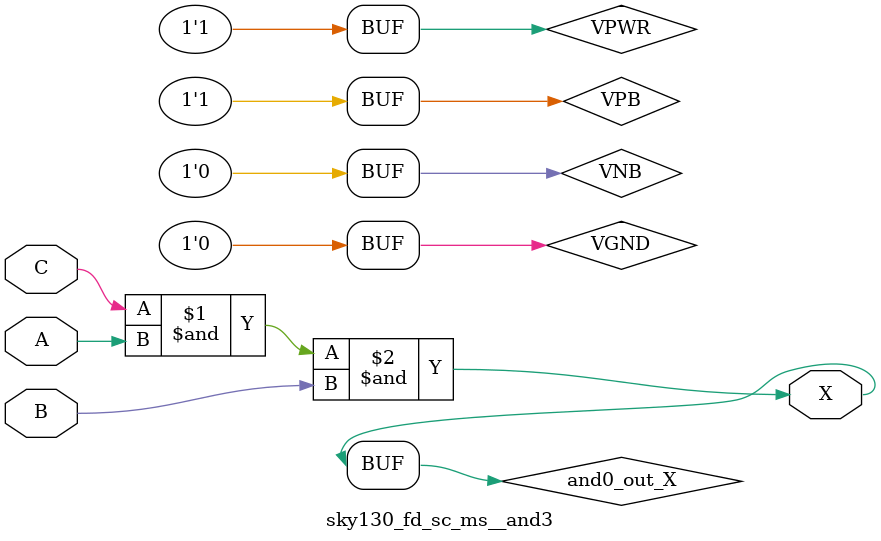
<source format=v>
/*
 * Copyright 2020 The SkyWater PDK Authors
 *
 * Licensed under the Apache License, Version 2.0 (the "License");
 * you may not use this file except in compliance with the License.
 * You may obtain a copy of the License at
 *
 *     https://www.apache.org/licenses/LICENSE-2.0
 *
 * Unless required by applicable law or agreed to in writing, software
 * distributed under the License is distributed on an "AS IS" BASIS,
 * WITHOUT WARRANTIES OR CONDITIONS OF ANY KIND, either express or implied.
 * See the License for the specific language governing permissions and
 * limitations under the License.
 *
 * SPDX-License-Identifier: Apache-2.0
*/


`ifndef SKY130_FD_SC_MS__AND3_TIMING_V
`define SKY130_FD_SC_MS__AND3_TIMING_V

/**
 * and3: 3-input AND.
 *
 * Verilog simulation timing model.
 */

`timescale 1ns / 1ps
`default_nettype none

`celldefine
module sky130_fd_sc_ms__and3 (
    X,
    A,
    B,
    C
);

    // Module ports
    output X;
    input  A;
    input  B;
    input  C;

    // Module supplies
    supply1 VPWR;
    supply0 VGND;
    supply1 VPB ;
    supply0 VNB ;

    // Local signals
    wire and0_out_X;

    //  Name  Output      Other arguments
    and and0 (and0_out_X, C, A, B        );
    buf buf0 (X         , and0_out_X     );

endmodule
`endcelldefine

`default_nettype wire
`endif  // SKY130_FD_SC_MS__AND3_TIMING_V

</source>
